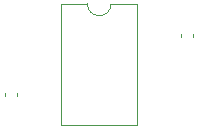
<source format=gbr>
%TF.GenerationSoftware,KiCad,Pcbnew,8.0.4*%
%TF.CreationDate,2024-11-05T13:43:53+01:00*%
%TF.ProjectId,Nutzen,4e75747a-656e-42e6-9b69-6361645f7063,rev?*%
%TF.SameCoordinates,PX791ddc0PY78a3ca0*%
%TF.FileFunction,Legend,Bot*%
%TF.FilePolarity,Positive*%
%FSLAX46Y46*%
G04 Gerber Fmt 4.6, Leading zero omitted, Abs format (unit mm)*
G04 Created by KiCad (PCBNEW 8.0.4) date 2024-11-05 13:43:53*
%MOMM*%
%LPD*%
G01*
G04 APERTURE LIST*
%ADD10C,0.120000*%
G04 APERTURE END LIST*
D10*
%TO.C,C7*%
X24790000Y18053733D02*
X24790000Y18346267D01*
X25810000Y18053733D02*
X25810000Y18346267D01*
%TO.C,U1*%
X14590000Y20890000D02*
X14590000Y10610000D01*
X14590000Y10610000D02*
X21060000Y10610000D01*
X16825000Y20890000D02*
X14590000Y20890000D01*
X21060000Y20890000D02*
X18825000Y20890000D01*
X21060000Y10610000D02*
X21060000Y20890000D01*
X18825000Y20890000D02*
G75*
G02*
X16825000Y20890000I-1000000J0D01*
G01*
%TO.C,C8*%
X9890000Y13053733D02*
X9890000Y13346267D01*
X10910000Y13053733D02*
X10910000Y13346267D01*
%TD*%
M02*

</source>
